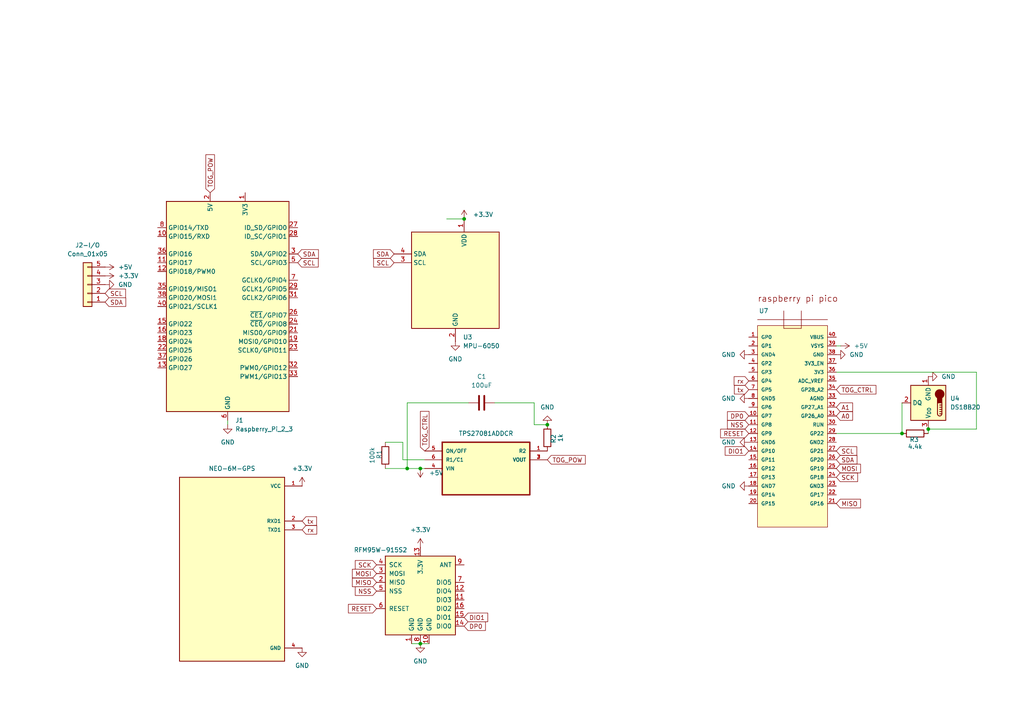
<source format=kicad_sch>
(kicad_sch (version 20231120) (generator "eeschema") (generator_version "8.0")
  (paper "A4")
  (lib_symbols
    (symbol "Connector:Raspberry_Pi_2_3"
      (property "Reference" "J" (at -17.78 31.75 0))
      (property "Value" "Raspberry_Pi_2_3" (at 10.16 -31.75 0))
      (symbol "Raspberry_Pi_2_3_0_1"
        (rectangle (start -17.78 30.48) (end 17.78 -30.48) (stroke (width 0.254)) (fill (type background)))
      )
      (symbol "Raspberry_Pi_2_3_1_1"
        (pin power_in line (at 5.08 33.02 270) (length 2.54) (name "3V3") (number "1"))
        (pin bidirectional line (at -20.32 20.32 0) (length 2.54) (name "GPIO15/RXD") (number "10"))
        (pin bidirectional line (at -20.32 12.7 0) (length 2.54) (name "GPIO17") (number "11"))
        (pin bidirectional line (at -20.32 10.16 0) (length 2.54) (name "GPIO18/PWM0") (number "12"))
        (pin bidirectional line (at -20.32 -17.78 0) (length 2.54) (name "GPIO27") (number "13"))
        (pin passive line (at 0 -33.02 90) (length 2.54) hide (name "GND") (number "14"))
        (pin bidirectional line (at -20.32 -5.08 0) (length 2.54) (name "GPIO22") (number "15"))
        (pin bidirectional line (at -20.32 -7.62 0) (length 2.54) (name "GPIO23") (number "16"))
        (pin passive line (at 5.08 33.02 270) (length 2.54) hide (name "3V3") (number "17"))
        (pin bidirectional line (at -20.32 -10.16 0) (length 2.54) (name "GPIO24") (number "18"))
        (pin bidirectional line (at 20.32 -10.16 180) (length 2.54) (name "MOSI0/GPIO10") (number "19"))
        (pin power_in line (at -5.08 33.02 270) (length 2.54) (name "5V") (number "2"))
        (pin passive line (at 0 -33.02 90) (length 2.54) hide (name "GND") (number "20"))
        (pin bidirectional line (at 20.32 -7.62 180) (length 2.54) (name "MISO0/GPIO9") (number "21"))
        (pin bidirectional line (at -20.32 -12.7 0) (length 2.54) (name "GPIO25") (number "22"))
        (pin bidirectional line (at 20.32 -12.7 180) (length 2.54) (name "SCLK0/GPIO11") (number "23"))
        (pin bidirectional line (at 20.32 -5.08 180) (length 2.54) (name "~{CE0}/GPIO8") (number "24"))
        (pin passive line (at 0 -33.02 90) (length 2.54) hide (name "GND") (number "25"))
        (pin bidirectional line (at 20.32 -2.54 180) (length 2.54) (name "~{CE1}/GPIO7") (number "26"))
        (pin bidirectional line (at 20.32 22.86 180) (length 2.54) (name "ID_SD/GPIO0") (number "27"))
        (pin bidirectional line (at 20.32 20.32 180) (length 2.54) (name "ID_SC/GPIO1") (number "28"))
        (pin bidirectional line (at 20.32 5.08 180) (length 2.54) (name "GCLK1/GPIO5") (number "29"))
        (pin bidirectional line (at 20.32 15.24 180) (length 2.54) (name "SDA/GPIO2") (number "3"))
        (pin passive line (at 0 -33.02 90) (length 2.54) hide (name "GND") (number "30"))
        (pin bidirectional line (at 20.32 2.54 180) (length 2.54) (name "GCLK2/GPIO6") (number "31"))
        (pin bidirectional line (at 20.32 -17.78 180) (length 2.54) (name "PWM0/GPIO12") (number "32"))
        (pin bidirectional line (at 20.32 -20.32 180) (length 2.54) (name "PWM1/GPIO13") (number "33"))
        (pin passive line (at 0 -33.02 90) (length 2.54) hide (name "GND") (number "34"))
        (pin bidirectional line (at -20.32 5.08 0) (length 2.54) (name "GPIO19/MISO1") (number "35"))
        (pin bidirectional line (at -20.32 15.24 0) (length 2.54) (name "GPIO16") (number "36"))
        (pin bidirectional line (at -20.32 -15.24 0) (length 2.54) (name "GPIO26") (number "37"))
        (pin bidirectional line (at -20.32 2.54 0) (length 2.54) (name "GPIO20/MOSI1") (number "38"))
        (pin passive line (at 0 -33.02 90) (length 2.54) hide (name "GND") (number "39"))
        (pin passive line (at -5.08 33.02 270) (length 2.54) hide (name "5V") (number "4"))
        (pin bidirectional line (at -20.32 0 0) (length 2.54) (name "GPIO21/SCLK1") (number "40"))
        (pin bidirectional line (at 20.32 12.7 180) (length 2.54) (name "SCL/GPIO3") (number "5"))
        (pin power_in line (at 0 -33.02 90) (length 2.54) (name "GND") (number "6"))
        (pin bidirectional line (at 20.32 7.62 180) (length 2.54) (name "GCLK0/GPIO4") (number "7"))
        (pin bidirectional line (at -20.32 22.86 0) (length 2.54) (name "GPIO14/TXD") (number "8"))
        (pin passive line (at 0 -33.02 90) (length 2.54) hide (name "GND") (number "9"))
      )
    )
    (symbol "Connector_Generic:Conn_01x05" (pin_names (offset 1.016) hide)
      (property "Reference" "J" (at 0 7.62 0))
      (property "Value" "Conn_01x05" (at 0 -7.62 0))
      (symbol "Conn_01x05_1_1"
        (rectangle (start -1.27 -4.953) (end 0 -5.207) (stroke (width 0.1524)))
        (rectangle (start -1.27 -2.413) (end 0 -2.667) (stroke (width 0.1524)))
        (rectangle (start -1.27 0.127) (end 0 -0.127) (stroke (width 0.1524)))
        (rectangle (start -1.27 2.667) (end 0 2.413) (stroke (width 0.1524)))
        (rectangle (start -1.27 5.207) (end 0 4.953) (stroke (width 0.1524)))
        (rectangle (start -1.27 6.35) (end 1.27 -6.35) (stroke (width 0.254)) (fill (type background)))
        (pin passive line (at -5.08 5.08 0) (length 3.81) (name "Pin_1") (number "1"))
        (pin passive line (at -5.08 2.54 0) (length 3.81) (name "Pin_2") (number "2"))
        (pin passive line (at -5.08 0 0) (length 3.81) (name "Pin_3") (number "3"))
        (pin passive line (at -5.08 -2.54 0) (length 3.81) (name "Pin_4") (number "4"))
        (pin passive line (at -5.08 -5.08 0) (length 3.81) (name "Pin_5") (number "5"))
      )
    )
    (symbol "Device:C" (pin_numbers hide) (pin_names (offset 0.254))
      (property "Reference" "C" (at 0.635 2.54 0))
      (property "Value" "C" (at 0.635 -2.54 0))
      (symbol "C_0_1"
        (polyline (pts (xy -2.032 -0.762) (xy 2.032 -0.762)) (stroke (width 0.508)))
        (polyline (pts (xy -2.032 0.762) (xy 2.032 0.762)) (stroke (width 0.508)))
      )
      (symbol "C_1_1"
        (pin passive line (at 0 3.81 270) (length 2.794) (name "~") (number "1"))
        (pin passive line (at 0 -3.81 90) (length 2.794) (name "~") (number "2"))
      )
    )
    (symbol "Device:R" (pin_numbers hide) (pin_names (offset 0))
      (property "Reference" "R" (at 2.032 0 90))
      (property "Value" "R" (at 0 0 90))
      (symbol "R_0_1"
        (rectangle (start -1.016 -2.54) (end 1.016 2.54) (stroke (width 0.254)))
      )
      (symbol "R_1_1"
        (pin passive line (at 0 3.81 270) (length 1.27) (name "~") (number "1"))
        (pin passive line (at 0 -3.81 90) (length 1.27) (name "~") (number "2"))
      )
    )
    (symbol "NEO-6M-GPS:NEO-6M-GPS" (pin_names (offset 1.016))
      (property "Value" "NEO-6M-GPS" (at 0 27.94 0))
      (symbol "NEO-6M-GPS_0_0"
        (rectangle (start -15.24 25.4) (end 15.24 -27.94) (stroke (width 0.254)) (fill (type background)))
      )
      (symbol "NEO-6M-GPS_1_0"
        (pin power_in line (at 20.32 22.86 180) (length 5.08) (name "VCC") (number "1"))
        (pin input line (at 20.32 12.7 180) (length 5.08) (name "RXD1") (number "2"))
        (pin output line (at 20.32 10.16 180) (length 5.08) (name "TXD1") (number "3"))
        (pin power_in line (at 20.32 -24.13 180) (length 5.08) (name "GND") (number "4"))
      )
    )
    (symbol "RF_Module:RFM95W-915S2" (pin_names (offset 1.016))
      (property "Reference" "U" (at -10.414 11.684 0))
      (property "Value" "RFM95W-915S2" (at 1.524 11.43 0))
      (symbol "RFM95W-915S2_0_1"
        (rectangle (start -10.16 10.16) (end 10.16 -12.7) (stroke (width 0.254)) (fill (type background)))
      )
      (symbol "RFM95W-915S2_1_1"
        (pin power_in line (at -2.54 -15.24 90) (length 2.54) (name "GND") (number "1"))
        (pin power_in line (at 2.54 -15.24 90) (length 2.54) (name "GND") (number "10"))
        (pin bidirectional line (at 12.7 -2.54 180) (length 2.54) (name "DIO3") (number "11"))
        (pin bidirectional line (at 12.7 0 180) (length 2.54) (name "DIO4") (number "12"))
        (pin power_in line (at 0 12.7 270) (length 2.54) (name "3.3V") (number "13"))
        (pin bidirectional line (at 12.7 -10.16 180) (length 2.54) (name "DIO0") (number "14"))
        (pin bidirectional line (at 12.7 -7.62 180) (length 2.54) (name "DIO1") (number "15"))
        (pin bidirectional line (at 12.7 -5.08 180) (length 2.54) (name "DIO2") (number "16"))
        (pin output line (at -12.7 2.54 0) (length 2.54) (name "MISO") (number "2"))
        (pin input line (at -12.7 5.08 0) (length 2.54) (name "MOSI") (number "3"))
        (pin input line (at -12.7 7.62 0) (length 2.54) (name "SCK") (number "4"))
        (pin input line (at -12.7 0 0) (length 2.54) (name "NSS") (number "5"))
        (pin bidirectional line (at -12.7 -5.08 0) (length 2.54) (name "RESET") (number "6"))
        (pin bidirectional line (at 12.7 2.54 180) (length 2.54) (name "DIO5") (number "7"))
        (pin power_in line (at 0 -15.24 90) (length 2.54) (name "GND") (number "8"))
        (pin bidirectional line (at 12.7 7.62 180) (length 2.54) (name "ANT") (number "9"))
      )
    )
    (symbol "Sensor_Motion:MPU-6050"
      (property "Reference" "U3" (at 2.1941 -16.51 0))
      (property "Value" "MPU-6050" (at 2.1941 -19.05 0))
      (symbol "MPU-6050_0_0"
        (text "" (at 12.7 -2.54 0) (effects (font (size 1.27 1.27))))
      )
      (symbol "MPU-6050_0_1"
        (rectangle (start -12.7 13.97) (end 12.7 -13.97) (stroke (width 0.254)) (fill (type background)))
      )
      (symbol "MPU-6050_1_1"
        (pin power_in line (at 2.54 17.78 270) (length 3.81) (name "VDD") (number "1"))
        (pin no_connect line (at -12.7 -10.16 0) (length 2.54) hide (name "NC") (number "14"))
        (pin no_connect line (at 12.7 12.7 180) (length 2.54) hide (name "NC") (number "15"))
        (pin no_connect line (at 12.7 10.16 180) (length 2.54) hide (name "NC") (number "16"))
        (pin no_connect line (at 12.7 5.08 180) (length 2.54) hide (name "NC") (number "17"))
        (pin no_connect line (at 12.7 -10.16 180) (length 2.54) hide (name "RESV") (number "19"))
        (pin power_in line (at 0 -17.78 90) (length 3.81) (name "GND") (number "2"))
        (pin no_connect line (at -12.7 12.7 0) (length 2.54) hide (name "NC") (number "2"))
        (pin no_connect line (at 12.7 -2.54 180) (length 2.54) hide (name "RESV") (number "21"))
        (pin no_connect line (at 12.7 -12.7 180) (length 2.54) hide (name "RESV") (number "22"))
        (pin no_connect line (at -12.7 10.16 0) (length 2.54) hide (name "NC") (number "3"))
        (pin input line (at -17.78 5.08 0) (length 5.08) (name "SCL") (number "3"))
        (pin no_connect line (at -12.7 0 0) (length 2.54) hide (name "NC") (number "4"))
        (pin bidirectional line (at -17.78 7.62 0) (length 5.08) (name "SDA") (number "4"))
        (pin no_connect line (at -12.7 -2.54 0) (length 2.54) hide (name "NC") (number "5"))
      )
    )
    (symbol "Sensor_Temperature:DS18B20"
      (property "Reference" "U" (at -3.81 6.35 0))
      (property "Value" "DS18B20" (at 6.35 6.35 0))
      (symbol "DS18B20_0_1"
        (rectangle (start -5.08 5.08) (end 5.08 -5.08) (stroke (width 0.254)) (fill (type background)))
        (circle (center -3.302 -2.54) (radius 1.27) (stroke (width 0.254)) (fill (type outline)))
        (rectangle (start -2.667 -1.905) (end -3.937 0) (stroke (width 0.254)) (fill (type outline)))
        (arc (start -2.667 3.175) (mid -3.302 3.8073) (end -3.937 3.175) (stroke (width 0.254)))
        (polyline (pts (xy -3.937 0.635) (xy -3.302 0.635)) (stroke (width 0.254)))
        (polyline (pts (xy -3.937 1.27) (xy -3.302 1.27)) (stroke (width 0.254)))
        (polyline (pts (xy -3.937 1.905) (xy -3.302 1.905)) (stroke (width 0.254)))
        (polyline (pts (xy -3.937 2.54) (xy -3.302 2.54)) (stroke (width 0.254)))
        (polyline (pts (xy -3.937 3.175) (xy -3.937 0)) (stroke (width 0.254)))
        (polyline (pts (xy -3.937 3.175) (xy -3.302 3.175)) (stroke (width 0.254)))
        (polyline (pts (xy -2.667 3.175) (xy -2.667 0)) (stroke (width 0.254)))
      )
      (symbol "DS18B20_1_1"
        (pin power_in line (at 0 -7.62 90) (length 2.54) (name "GND") (number "1"))
        (pin bidirectional line (at 7.62 0 180) (length 2.54) (name "DQ") (number "2"))
        (pin power_in line (at 0 7.62 270) (length 2.54) (name "V_{DD}") (number "3"))
      )
    )
    (symbol "TPS27081ADDCR:TPS27081ADDCR" (pin_names (offset 1.016))
      (property "Reference" "U" (at -12.7 8.6106 0))
      (property "Value" "TPS27081ADDCR" (at -12.7 -11.6078 0))
      (symbol "TPS27081ADDCR_0_0"
        (rectangle (start -12.7 -7.62) (end 12.7 7.62) (stroke (width 0.4064)) (fill (type background)))
        (pin output line (at 17.78 5.08 180) (length 5.08) (name "R2") (number "1"))
        (pin output line (at 17.78 2.54 180) (length 5.08) (name "VOUT") (number "2"))
        (pin output line (at 17.78 2.54 180) (length 5.08) (name "VOUT") (number "3"))
        (pin input line (at -17.78 0 0) (length 5.08) (name "VIN") (number "4"))
        (pin input line (at -17.78 5.08 0) (length 5.08) (name "ON/OFF") (number "5"))
        (pin input line (at -17.78 2.54 0) (length 5.08) (name "R1/C1") (number "6"))
      )
    )
    (symbol "power:+3.3V" (power) (pin_numbers hide) (pin_names (offset 0) hide)
      (property "Value" "+3.3V" (at 0 3.556 0))
      (symbol "+3.3V_0_1"
        (polyline (pts (xy -0.762 1.27) (xy 0 2.54)))
        (polyline (pts (xy 0 0) (xy 0 2.54)))
        (polyline (pts (xy 0 2.54) (xy 0.762 1.27)))
      )
      (symbol "+3.3V_1_1"
        (pin power_in line (at 0 0 90) (length 0) (name "~") (number "1"))
      )
    )
    (symbol "power:+5V" (power) (pin_numbers hide) (pin_names (offset 0) hide)
      (property "Value" "+5V" (at 0 3.556 0))
      (symbol "+5V_0_1"
        (polyline (pts (xy -0.762 1.27) (xy 0 2.54)))
        (polyline (pts (xy 0 0) (xy 0 2.54)))
        (polyline (pts (xy 0 2.54) (xy 0.762 1.27)))
      )
      (symbol "+5V_1_1"
        (pin power_in line (at 0 0 90) (length 0) (name "~") (number "1"))
      )
    )
    (symbol "power:GND" (power) (pin_numbers hide) (pin_names (offset 0) hide)
      (property "Value" "GND" (at 0 -3.81 0))
      (symbol "GND_0_1"
        (polyline (pts (xy 0 0) (xy 0 -1.27) (xy 1.27 -1.27) (xy 0 -2.54) (xy -1.27 -1.27) (xy 0 -1.27)))
      )
      (symbol "GND_1_1"
        (pin power_in line (at 0 0 270) (length 0) (name "~") (number "1"))
      )
    )
    (symbol "rasberry  pi pico:RASPBERRY_PI_PICO" (pin_names (offset 1.016))
      (property "Reference" "U7" (at -5.842 27.94 0))
      (symbol "RASPBERRY_PI_PICO_0_0"
        (rectangle (start -7.62 23.6596) (end 12.7 -34.7604) (stroke (width 0.1524)) (fill (type background)))
        (polyline (pts (xy 0 22.86) (xy 5.08 22.86)) (stroke (width 0.1524)))
        (polyline (pts (xy 0 27.94) (xy 0 22.86)) (stroke (width 0.1524)))
        (polyline (pts (xy 5.08 22.86) (xy 5.08 27.94)) (stroke (width 0.1524)))
        (polyline (pts (xy 12.7 25.4) (xy -7.62 25.4)) (stroke (width 0.1524)))
        (text "raspberry pi pico" (at -7.62 30.48 0) (effects (font (size 1.778 1.778)) (justify left bottom)))
      )
      (symbol "RASPBERRY_PI_PICO_1_0"
        (pin bidirectional line (at -10.16 20.32 0) (length 2.54) (name "GP0") (number "1"))
        (pin bidirectional line (at -10.16 -2.54 0) (length 2.54) (name "GP7") (number "10"))
        (pin bidirectional line (at -10.16 -5.08 0) (length 2.54) (name "GP8") (number "11"))
        (pin bidirectional line (at -10.16 -7.62 0) (length 2.54) (name "GP9") (number "12"))
        (pin bidirectional line (at -10.16 -10.16 0) (length 2.54) (name "GND6") (number "13"))
        (pin bidirectional line (at -10.16 -12.7 0) (length 2.54) (name "GP10") (number "14"))
        (pin bidirectional line (at -10.16 -15.24 0) (length 2.54) (name "GP11") (number "15"))
        (pin bidirectional line (at -10.16 -17.78 0) (length 2.54) (name "GP12") (number "16"))
        (pin bidirectional line (at -10.16 -20.32 0) (length 2.54) (name "GP13") (number "17"))
        (pin bidirectional line (at -10.16 -22.86 0) (length 2.54) (name "GND7") (number "18"))
        (pin bidirectional line (at -10.16 -25.4 0) (length 2.54) (name "GP14") (number "19"))
        (pin bidirectional line (at -10.16 17.78 0) (length 2.54) (name "GP1") (number "2"))
        (pin bidirectional line (at -10.16 -27.94 0) (length 2.54) (name "GP15") (number "20"))
        (pin bidirectional line (at 15.24 -27.94 180) (length 2.54) (name "GP16") (number "21"))
        (pin bidirectional line (at 15.24 -25.4 180) (length 2.54) (name "GP17") (number "22"))
        (pin bidirectional line (at 15.24 -22.86 180) (length 2.54) (name "GND3") (number "23"))
        (pin bidirectional line (at 15.24 -20.32 180) (length 2.54) (name "GP18") (number "24"))
        (pin bidirectional line (at 15.24 -17.78 180) (length 2.54) (name "GP19") (number "25"))
        (pin bidirectional line (at 15.24 -15.24 180) (length 2.54) (name "GP20") (number "26"))
        (pin bidirectional line (at 15.24 -12.7 180) (length 2.54) (name "GP21") (number "27"))
        (pin bidirectional line (at 15.24 -10.16 180) (length 2.54) (name "GND2") (number "28"))
        (pin bidirectional line (at 15.24 -7.62 180) (length 2.54) (name "GP22") (number "29"))
        (pin bidirectional line (at -10.16 15.24 0) (length 2.54) (name "GND4") (number "3"))
        (pin bidirectional line (at 15.24 -5.08 180) (length 2.54) (name "RUN") (number "30"))
        (pin bidirectional line (at 15.24 -2.54 180) (length 2.54) (name "GP26_A0") (number "31"))
        (pin bidirectional line (at 15.24 0 180) (length 2.54) (name "GP27_A1") (number "32"))
        (pin bidirectional line (at 15.24 2.54 180) (length 2.54) (name "AGND") (number "33"))
        (pin bidirectional line (at 15.24 5.08 180) (length 2.54) (name "GP28_A2") (number "34"))
        (pin bidirectional line (at 15.24 7.62 180) (length 2.54) (name "ADC_VREF") (number "35"))
        (pin bidirectional line (at 15.24 10.16 180) (length 2.54) (name "3V3") (number "36"))
        (pin bidirectional line (at 15.24 12.7 180) (length 2.54) (name "3V3_EN") (number "37"))
        (pin bidirectional line (at 15.24 15.24 180) (length 2.54) (name "GND") (number "38"))
        (pin bidirectional line (at 15.24 17.78 180) (length 2.54) (name "VSYS") (number "39"))
        (pin bidirectional line (at -10.16 12.7 0) (length 2.54) (name "GP2") (number "4"))
        (pin bidirectional line (at 15.24 20.32 180) (length 2.54) (name "VBUS") (number "40"))
        (pin bidirectional line (at -10.16 10.16 0) (length 2.54) (name "GP3") (number "5"))
        (pin bidirectional line (at -10.16 7.62 0) (length 2.54) (name "GP4") (number "6"))
        (pin bidirectional line (at -10.16 5.08 0) (length 2.54) (name "GP5") (number "7"))
        (pin bidirectional line (at -10.16 2.54 0) (length 2.54) (name "GND5") (number "8"))
        (pin bidirectional line (at -10.16 0 0) (length 2.54) (name "GP6") (number "9"))
      )
    )
  )
  (junction (at 118.11 135.89))
  (junction (at 269.24 124.46))
  (junction (at 121.92 135.89))
  (junction (at 134.62 63.5))
  (junction (at 121.92 186.69))
  (junction (at 261.62 125.73))
  (junction (at 158.75 123.19))
  (wire (pts (xy 261.62 125.73) (xy 261.62 116.84)))
  (wire (pts (xy 121.92 135.89) (xy 123.19 135.89)))
  (wire (pts (xy 116.84 128.27) (xy 116.84 133.35)))
  (wire (pts (xy 269.24 124.46) (xy 269.24 125.73)))
  (wire (pts (xy 111.76 135.89) (xy 118.11 135.89)))
  (wire (pts (xy 242.57 100.33) (xy 243.84 100.33)))
  (wire (pts (xy 118.11 135.89) (xy 121.92 135.89)))
  (wire (pts (xy 154.94 116.84) (xy 154.94 123.19)))
  (wire (pts (xy 129.54 63.5) (xy 134.62 63.5)))
  (wire (pts (xy 143.51 116.84) (xy 154.94 116.84)))
  (wire (pts (xy 118.11 135.89) (xy 118.11 116.84)))
  (wire (pts (xy 121.92 186.69) (xy 124.46 186.69)))
  (wire (pts (xy 154.94 123.19) (xy 158.75 123.19)))
  (wire (pts (xy 283.21 124.46) (xy 269.24 124.46)))
  (wire (pts (xy 66.04 121.92) (xy 66.04 123.19)))
  (wire (pts (xy 242.57 107.95) (xy 283.21 107.95)))
  (wire (pts (xy 283.21 107.95) (xy 283.21 124.46)))
  (wire (pts (xy 119.38 186.69) (xy 121.92 186.69)))
  (wire (pts (xy 116.84 133.35) (xy 123.19 133.35)))
  (wire (pts (xy 118.11 116.84) (xy 135.89 116.84)))
  (wire (pts (xy 242.57 125.73) (xy 261.62 125.73)))
  (wire (pts (xy 111.76 128.27) (xy 116.84 128.27)))
  (global_label "TOG_POW" (shape input) (at 60.96 55.88 90) (property "Intersheetrefs" "${INTERSHEET_REFS}" (effects (hide yes))))
  (global_label "DIO1" (shape input) (at 217.17 130.81 180) (property "Intersheetrefs" "${INTERSHEET_REFS}" (effects (hide yes))))
  (global_label "SCL" (shape input) (at 30.48 85.09 0) (property "Intersheetrefs" "${INTERSHEET_REFS}" (effects (hide yes))))
  (global_label "SCK" (shape input) (at 109.22 163.83 180) (property "Intersheetrefs" "${INTERSHEET_REFS}" (effects (hide yes))))
  (global_label "tx" (shape input) (at 217.17 113.03 180) (property "Intersheetrefs" "${INTERSHEET_REFS}" (effects (hide yes))))
  (global_label "rx" (shape input) (at 217.17 110.49 180) (property "Intersheetrefs" "${INTERSHEET_REFS}" (effects (hide yes))))
  (global_label "TOG_CTRL" (shape input) (at 242.57 113.03 0) (property "Intersheetrefs" "${INTERSHEET_REFS}" (effects (hide yes))))
  (global_label "NSS" (shape input) (at 109.22 171.45 180) (property "Intersheetrefs" "${INTERSHEET_REFS}" (effects (hide yes))))
  (global_label "SCL" (shape input) (at 242.57 130.81 0) (property "Intersheetrefs" "${INTERSHEET_REFS}" (effects (hide yes))))
  (global_label "A0" (shape input) (at 242.57 120.65 0) (property "Intersheetrefs" "${INTERSHEET_REFS}" (effects (hide yes))))
  (global_label "SDA" (shape input) (at 114.3 73.66 180) (property "Intersheetrefs" "${INTERSHEET_REFS}" (effects (hide yes))))
  (global_label "SDA" (shape input) (at 242.57 133.35 0) (property "Intersheetrefs" "${INTERSHEET_REFS}" (effects (hide yes))))
  (global_label "MOSI" (shape input) (at 242.57 135.89 0) (property "Intersheetrefs" "${INTERSHEET_REFS}" (effects (hide yes))))
  (global_label "RESET" (shape input) (at 109.22 176.53 180) (property "Intersheetrefs" "${INTERSHEET_REFS}" (effects (hide yes))))
  (global_label "DP0" (shape input) (at 217.17 120.65 180) (property "Intersheetrefs" "${INTERSHEET_REFS}" (effects (hide yes))))
  (global_label "rx" (shape input) (at 87.63 153.67 0) (property "Intersheetrefs" "${INTERSHEET_REFS}" (effects (hide yes))))
  (global_label "TOG_POW" (shape input) (at 158.75 133.35 0) (property "Intersheetrefs" "${INTERSHEET_REFS}" (effects (hide yes))))
  (global_label "DIO1" (shape input) (at 134.62 179.07 0) (property "Intersheetrefs" "${INTERSHEET_REFS}" (effects (hide yes))))
  (global_label "tx" (shape input) (at 87.63 151.13 0) (property "Intersheetrefs" "${INTERSHEET_REFS}" (effects (hide yes))))
  (global_label "SCL" (shape input) (at 114.3 76.2 180) (property "Intersheetrefs" "${INTERSHEET_REFS}" (effects (hide yes))))
  (global_label "MISO" (shape input) (at 242.57 146.05 0) (property "Intersheetrefs" "${INTERSHEET_REFS}" (effects (hide yes))))
  (global_label "RESET" (shape input) (at 217.17 125.73 180) (property "Intersheetrefs" "${INTERSHEET_REFS}" (effects (hide yes))))
  (global_label "MISO" (shape input) (at 109.22 168.91 180) (property "Intersheetrefs" "${INTERSHEET_REFS}" (effects (hide yes))))
  (global_label "SCL" (shape input) (at 86.36 76.2 0) (property "Intersheetrefs" "${INTERSHEET_REFS}" (effects (hide yes))))
  (global_label "SDA" (shape input) (at 30.48 87.63 0) (property "Intersheetrefs" "${INTERSHEET_REFS}" (effects (hide yes))))
  (global_label "DP0" (shape input) (at 134.62 181.61 0) (property "Intersheetrefs" "${INTERSHEET_REFS}" (effects (hide yes))))
  (global_label "SCK" (shape input) (at 242.57 138.43 0) (property "Intersheetrefs" "${INTERSHEET_REFS}" (effects (hide yes))))
  (global_label "TOG_CTRL" (shape input) (at 123.19 130.81 90) (property "Intersheetrefs" "${INTERSHEET_REFS}" (effects (hide yes))))
  (global_label "MOSI" (shape input) (at 109.22 166.37 180) (property "Intersheetrefs" "${INTERSHEET_REFS}" (effects (hide yes))))
  (global_label "SDA" (shape input) (at 86.36 73.66 0) (property "Intersheetrefs" "${INTERSHEET_REFS}" (effects (hide yes))))
  (global_label "A1" (shape input) (at 242.57 118.11 0) (property "Intersheetrefs" "${INTERSHEET_REFS}" (effects (hide yes))))
  (global_label "NSS" (shape input) (at 217.17 123.19 180) (property "Intersheetrefs" "${INTERSHEET_REFS}" (effects (hide yes))))
  (symbol (lib_id "power:GND") (at 217.17 115.57 270) (unit 1)
    (property "Reference" "#PWR05" (effects (hide yes)))
    (property "Value" "GND" (at 213.36 115.5699 90) (effects (justify right)))
    (property "Description" "Power symbol creates a global label with name \"GND\" , ground" (effects (hide yes)))
  )
  (symbol (lib_id "power:GND") (at 87.63 187.96 0) (unit 1)
    (property "Reference" "#PWR06" (effects (hide yes)))
    (property "Value" "GND" (at 87.63 193.04 0))
    (property "Description" "Power symbol creates a global label with name \"GND\" , ground" (effects (hide yes)))
  )
  (symbol (lib_id "power:GND") (at 158.75 123.19 180) (unit 1)
    (property "Reference" "#PWR011" (effects (hide yes)))
    (property "Value" "GND" (at 158.75 118.11 0))
    (property "Description" "Power symbol creates a global label with name \"GND\" , ground" (effects (hide yes)))
  )
  (symbol (lib_id "power:+3.3V") (at 121.92 158.75 0) (unit 1)
    (property "Reference" "#PWR09" (effects (hide yes)))
    (property "Value" "+3.3V" (at 121.92 153.67 0))
    (property "Description" "Power symbol creates a global label with name \"+3.3V\"" (effects (hide yes)))
  )
  (symbol (lib_id "power:GND") (at 217.17 140.97 270) (unit 1)
    (property "Reference" "#PWR019" (effects (hide yes)))
    (property "Value" "GND" (at 213.36 140.9699 90) (effects (justify right)))
    (property "Description" "Power symbol creates a global label with name \"GND\" , ground" (effects (hide yes)))
  )
  (symbol (lib_id "Device:C") (at 139.7 116.84 90) (unit 1)
    (property "Reference" "C1" (at 139.7 109.22 90))
    (property "Value" "100uF" (at 139.7 111.76 90))
    (property "Footprint" "Capacitor_THT:CP_Radial_D6.3mm_P2.50mm" (effects (hide yes)))
    (property "Description" "Unpolarized capacitor" (effects (hide yes)))
  )
  (symbol (lib_id "RF_Module:RFM95W-915S2") (at 121.92 171.45 0) (unit 1)
    (property "Reference" "U1" (effects (hide yes)))
    (property "Value" "RFM95W-915S2" (at 102.616 159.512 0) (effects (justify left)))
    (property "Footprint" "RF_Module:HOPERF_RFM9XW_THT" (effects (hide yes)))
    (property "Datasheet" "https://www.hoperf.com/data/upload/portal/20181127/5bfcbea20e9ef.pdf" (effects (hide yes)))
    (property "Description" "Low power long range transceiver module, SPI and parallel interface, 915 MHz, spreading factor 6 to12, bandwidth 7.8 to 500kHz, -111 to -148 dBm, SMD-16, DIP-16" (effects (hide yes)))
  )
  (symbol (lib_id "Sensor_Temperature:DS18B20") (at 269.24 116.84 180) (unit 1)
    (property "Reference" "U4" (at 275.59 115.5699 0) (effects (justify right)))
    (property "Value" "DS18B20" (at 275.59 118.1099 0) (effects (justify right)))
    (property "Footprint" "Package_TO_SOT_THT:TO-92_Inline" (effects (hide yes)))
    (property "Datasheet" "http://datasheets.maximintegrated.com/en/ds/DS18B20.pdf" (effects (hide yes)))
    (property "Description" "Programmable Resolution 1-Wire Digital Thermometer TO-92" (effects (hide yes)))
  )
  (symbol (lib_id "Connector:Raspberry_Pi_2_3") (at 66.04 88.9 0) (unit 1)
    (property "Reference" "J1" (at 68.2341 121.92 0) (effects (justify left)))
    (property "Value" "Raspberry_Pi_2_3" (at 68.2341 124.46 0) (effects (justify left)))
    (property "Footprint" "Connector_PinSocket_2.54mm:PinSocket_2x20_P2.54mm_Vertical" (effects (hide yes)))
    (property "Datasheet" "https://www.raspberrypi.org/documentation/hardware/raspberrypi/schematics/rpi_SCH_3bplus_1p0_reduced.pdf" (effects (hide yes)))
    (property "Description" "expansion header for Raspberry Pi 2 & 3" (effects (hide yes)))
  )
  (symbol (lib_id "power:GND") (at 66.04 123.19 0) (unit 1)
    (property "Reference" "#PWR010" (effects (hide yes)))
    (property "Value" "GND" (at 66.04 128.27 0))
    (property "Description" "Power symbol creates a global label with name \"GND\" , ground" (effects (hide yes)))
  )
  (symbol (lib_id "Device:R") (at 158.75 127 0) (unit 1)
    (property "Reference" "R2" (at 160.528 127.254 90))
    (property "Value" "1k" (at 162.56 127 90))
    (property "Footprint" "Resistor_THT:R_Axial_DIN0204_L3.6mm_D1.6mm_P7.62mm_Horizontal" (effects (hide yes)))
    (property "Description" "Resistor" (effects (hide yes)))
  )
  (symbol (lib_id "power:+5V") (at 243.84 100.33 270) (unit 1)
    (property "Reference" "#PWR03" (effects (hide yes)))
    (property "Value" "+5V" (at 247.65 100.3299 90) (effects (justify left)))
    (property "Description" "Power symbol creates a global label with name \"+5V\"" (effects (hide yes)))
  )
  (symbol (lib_id "Device:R") (at 111.76 132.08 180) (unit 1)
    (property "Reference" "R1" (at 109.982 131.826 90))
    (property "Value" "100k" (at 107.95 132.08 90))
    (property "Footprint" "Resistor_THT:R_Axial_DIN0204_L3.6mm_D1.6mm_P7.62mm_Horizontal" (effects (hide yes)))
    (property "Description" "Resistor" (effects (hide yes)))
  )
  (symbol (lib_id "power:+3.3V") (at 134.62 63.5 0) (unit 1)
    (property "Reference" "#PWR02" (effects (hide yes)))
    (property "Value" "+3.3V" (at 137.16 62.2299 0) (effects (justify left)))
    (property "Description" "Power symbol creates a global label with name \"+3.3V\"" (effects (hide yes)))
  )
  (symbol (lib_id "power:GND") (at 269.24 109.22 90) (unit 1)
    (property "Reference" "#PWR015" (effects (hide yes)))
    (property "Value" "GND" (at 273.05 109.2199 90) (effects (justify right)))
    (property "Description" "Power symbol creates a global label with name \"GND\" , ground" (effects (hide yes)))
  )
  (symbol (lib_id "power:+3.3V") (at 87.63 140.97 0) (unit 1)
    (property "Reference" "#PWR07" (effects (hide yes)))
    (property "Value" "+3.3V" (at 87.63 135.89 0))
    (property "Description" "Power symbol creates a global label with name \"+3.3V\"" (effects (hide yes)))
  )
  (symbol (lib_id "power:GND") (at 30.48 82.55 90) (unit 1)
    (property "Reference" "#PWR018" (effects (hide yes)))
    (property "Value" "GND" (at 34.29 82.5499 90) (effects (justify right)))
    (property "Description" "Power symbol creates a global label with name \"GND\" , ground" (effects (hide yes)))
  )
  (symbol (lib_id "power:+5V") (at 121.92 135.89 180) (unit 1)
    (property "Reference" "#PWR01" (effects (hide yes)))
    (property "Value" "+5V" (at 124.46 137.1599 0) (effects (justify right)))
    (property "Description" "Power symbol creates a global label with name \"+5V\"" (effects (hide yes)))
  )
  (symbol (lib_id "power:GND") (at 242.57 102.87 90) (unit 1)
    (property "Reference" "#PWR012" (effects (hide yes)))
    (property "Value" "GND" (at 246.38 102.8699 90) (effects (justify right)))
    (property "Description" "Power symbol creates a global label with name \"GND\" , ground" (effects (hide yes)))
  )
  (symbol (lib_id "Connector_Generic:Conn_01x05") (at 25.4 82.55 180) (unit 1)
    (property "Reference" "J2-I/O" (at 25.4 71.12 0))
    (property "Value" "Conn_01x05" (at 25.4 73.66 0))
    (property "Footprint" "Connector_PinSocket_2.54mm:PinSocket_1x05_P2.54mm_Vertical" (effects (hide yes)))
    (property "Description" "Generic connector, single row, 01x05, script generated (kicad-library-utils/schlib/autogen/connector/)" (effects (hide yes)))
  )
  (symbol (lib_id "Device:R") (at 265.43 125.73 270) (unit 1)
    (property "Reference" "R3" (at 265.176 127.508 90))
    (property "Value" "4.4k" (at 265.43 129.54 90))
    (property "Footprint" "Resistor_THT:R_Axial_DIN0204_L3.6mm_D1.6mm_P7.62mm_Horizontal" (effects (hide yes)))
    (property "Description" "Resistor" (effects (hide yes)))
  )
  (symbol (lib_id "power:GND") (at 121.92 186.69 0) (unit 1)
    (property "Reference" "#PWR020" (effects (hide yes)))
    (property "Value" "GND" (at 121.92 191.77 0))
    (property "Description" "Power symbol creates a global label with name \"GND\" , ground" (effects (hide yes)))
  )
  (symbol (lib_id "rasberry  pi pico:RASPBERRY_PI_PICO") (at 227.33 118.11 0) (unit 1)
    (property "Reference" "U7" (at 221.488 90.17 0))
    (property "Value" "RASPBERRY_PI_PICO" (effects (hide yes)))
    (property "Footprint" "Module:RaspberryPi_Pico_Common_THT" (effects (hide yes)))
    (property "MF" "Raspberry Pi" (effects (hide yes)))
    (property "Description_1" "\n                        \n                            Raspberry Pi Board, Arm Cortex-M0+; Core Architecture:Arm; Core Sub-Architecture:Cortex-M0+; Kit Contents:Raspberry Pi Pico Board; No. Of Bits:32Bit; Silicon Core Number:Rp2040; Silicon Manufacturer:Raspberry Pi |Raspberry-Pi RASPBERRY PI PICO\n                        \n" (effects (hide yes)))
    (property "Package" "None" (effects (hide yes)))
    (property "Price" "None" (effects (hide yes)))
    (property "SnapEDA_Link" "https://www.snapeda.com/parts/RASPBERRY%20PI%20PICO/Raspberry+Pi/view-part/?ref=snap" (effects (hide yes)))
    (property "MP" "RASPBERRY PI PICO" (effects (hide yes)))
    (property "Availability" "Not in stock" (effects (hide yes)))
    (property "Check_prices" "https://www.snapeda.com/parts/RASPBERRY%20PI%20PICO/Raspberry+Pi/view-part/?ref=eda" (effects (hide yes)))
  )
  (symbol (lib_id "power:+3.3V") (at 30.48 80.01 270) (unit 1)
    (property "Reference" "#PWR017" (effects (hide yes)))
    (property "Value" "+3.3V" (at 34.29 80.0099 90) (effects (justify left)))
    (property "Description" "Power symbol creates a global label with name \"+3.3V\"" (effects (hide yes)))
  )
  (symbol (lib_id "power:GND") (at 217.17 102.87 270) (unit 1)
    (property "Reference" "#PWR04" (effects (hide yes)))
    (property "Value" "GND" (at 213.36 102.8699 90) (effects (justify right)))
    (property "Description" "Power symbol creates a global label with name \"GND\" , ground" (effects (hide yes)))
  )
  (symbol (lib_id "power:GND") (at 132.08 99.06 0) (unit 1)
    (property "Reference" "#PWR013" (effects (hide yes)))
    (property "Value" "GND" (at 132.08 104.14 0))
    (property "Description" "Power symbol creates a global label with name \"GND\" , ground" (effects (hide yes)))
  )
  (symbol (lib_id "TPS27081ADDCR:TPS27081ADDCR") (at 140.97 135.89 0) (unit 1)
    (property "Reference" "U5" (effects (hide yes)))
    (property "Value" "TPS27081ADDCR" (at 140.97 125.73 0))
    (property "Footprint" "TPS27081A:SOT95P280X110-6N" (effects (hide yes)))
    (property "MF" "Texas Instruments" (effects (hide yes)))
    (property "Description_1" "\\n                        \\n                            8-V, 3-A, 44-mΩ load switch with adj. rise time\\n                        \\n" (effects (hide yes)))
    (property "Package" "SOT-23-THN-6 Texas Instruments" (effects (hide yes)))
    (property "Price" "None" (effects (hide yes)))
    (property "SnapEDA_Link" "https://www.snapeda.com/parts/TPS27081ADDCR/Texas+Instruments/view-part/?ref=snap" (effects (hide yes)))
    (property "MP" "TPS27081ADDCR" (effects (hide yes)))
    (property "Availability" "In Stock" (effects (hide yes)))
    (property "Check_prices" "https://www.snapeda.com/parts/TPS27081ADDCR/Texas+Instruments/view-part/?ref=eda" (effects (hide yes)))
  )
  (symbol (lib_id "NEO-6M-GPS:NEO-6M-GPS") (at 67.31 163.83 0) (unit 1)
    (property "Reference" "U2" (effects (hide yes)))
    (property "Value" "NEO-6M-GPS" (at 67.31 135.89 0))
    (property "Footprint" "Connector_PinSocket_2.54mm:PinSocket_1x04_P2.54mm_Vertical" (effects (hide yes)))
    (property "MF" "u-blox" (effects (hide yes)))
    (property "Description_1" "\\n                        \\n                            GPS Development Tools SparkFun GNSS-RTK Dead Reckoning Breakout - ZED-F9K (Qwiic)\\n                        \\n" (effects (hide yes)))
    (property "Package" "None" (effects (hide yes)))
    (property "Price" "None" (effects (hide yes)))
    (property "Check_prices" "https://www.snapeda.com/parts/NEO-6M-GPS/u-blox/view-part/?ref=eda" (effects (hide yes)))
    (property "STANDARD" "Manufacturer Recommendations" (effects (hide yes)))
    (property "PARTREV" "R15" (effects (hide yes)))
    (property "SnapEDA_Link" "https://www.snapeda.com/parts/NEO-6M-GPS/u-blox/view-part/?ref=snap" (effects (hide yes)))
    (property "MP" "NEO-6M-GPS" (effects (hide yes)))
    (property "Availability" "Not in stock" (effects (hide yes)))
    (property "MANUFACTURER" "U-Blox" (effects (hide yes)))
  )
  (symbol (lib_id "Sensor_Motion:MPU-6050") (at 132.08 81.28 0) (unit 1)
    (property "Reference" "U3" (at 134.2741 97.79 0) (effects (justify left)))
    (property "Value" "MPU-6050" (at 134.2741 100.33 0) (effects (justify left)))
    (property "Footprint" "Connector_PinSocket_2.54mm:PinSocket_1x08_P2.54mm_Vertical" (effects (hide yes)))
    (property "Datasheet" "https://invensense.tdk.com/wp-content/uploads/2015/02/MPU-6000-Datasheet1.pdf" (effects (hide yes)))
    (property "Description" "InvenSense 6-Axis Motion Sensor, Gyroscope, Accelerometer, I2C" (effects (hide yes)))
  )
  (symbol (lib_id "power:GND") (at 217.17 128.27 270) (unit 1)
    (property "Reference" "#PWR014" (effects (hide yes)))
    (property "Value" "GND" (at 213.36 128.2699 90) (effects (justify right)))
    (property "Description" "Power symbol creates a global label with name \"GND\" , ground" (effects (hide yes)))
  )
  (symbol (lib_id "power:+5V") (at 30.48 77.47 270) (unit 1)
    (property "Reference" "#PWR016" (effects (hide yes)))
    (property "Value" "+5V" (at 34.29 77.4699 90) (effects (justify left)))
    (property "Description" "Power symbol creates a global label with name \"+5V\"" (effects (hide yes)))
  )
)
</source>
